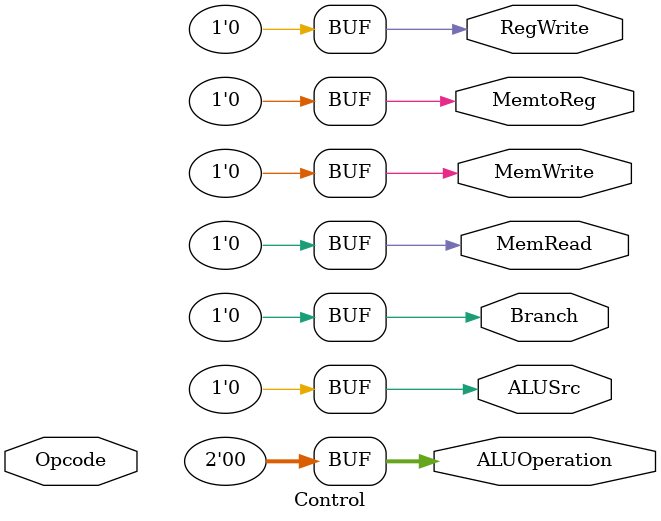
<source format=v>
module Control(
	input Opcode,
	output Branch, MemRead, MemtoReg, MemWrite, ALUSrc, RegWrite,
	output [1:0] ALUOperation);

assign Branch = (Opcode == 7'b1100011);
assign MemRead = (Opcode == 7'b0000011);
assign MemtoReg = (Opcode == 7'b0000011);
assign MemWrite = (Opcode == 7'b0100011);
assign ALUSrc = (Opcode == 7'b0100011 || Opcode == 7'b0000011);
assign RegWrite = (Opcode == 7'b0110011 || Opcode == 7'b0000011);
assign ALUOperation[0] = (Opcode == 7'b1100011);
assign ALUOperation[1] = (Opcode == 7'b0110011);

endmodule  


</source>
